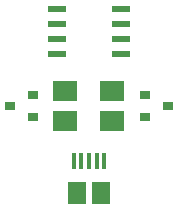
<source format=gbr>
G04 #@! TF.FileFunction,Paste,Top*
%FSLAX46Y46*%
G04 Gerber Fmt 4.6, Leading zero omitted, Abs format (unit mm)*
G04 Created by KiCad (PCBNEW 4.0.4-stable) date 04/18/19 21:09:23*
%MOMM*%
%LPD*%
G01*
G04 APERTURE LIST*
%ADD10C,0.100000*%
%ADD11R,2.000000X1.700000*%
%ADD12R,1.500000X1.900000*%
%ADD13R,0.400000X1.350000*%
%ADD14R,1.550000X0.600000*%
%ADD15R,0.900000X0.800000*%
G04 APERTURE END LIST*
D10*
D11*
X116110000Y-93980000D03*
X120110000Y-93980000D03*
X116110000Y-96520000D03*
X120110000Y-96520000D03*
D12*
X119110000Y-102585000D03*
D13*
X117460000Y-99885000D03*
X116810000Y-99885000D03*
X119410000Y-99885000D03*
X118760000Y-99885000D03*
X118110000Y-99885000D03*
D12*
X117110000Y-102585000D03*
D14*
X115410000Y-86995000D03*
X115410000Y-88265000D03*
X115410000Y-89535000D03*
X115410000Y-90805000D03*
X120810000Y-90805000D03*
X120810000Y-89535000D03*
X120810000Y-88265000D03*
X120810000Y-86995000D03*
D15*
X113395000Y-96200000D03*
X113395000Y-94300000D03*
X111395000Y-95250000D03*
X122825000Y-94300000D03*
X122825000Y-96200000D03*
X124825000Y-95250000D03*
M02*

</source>
